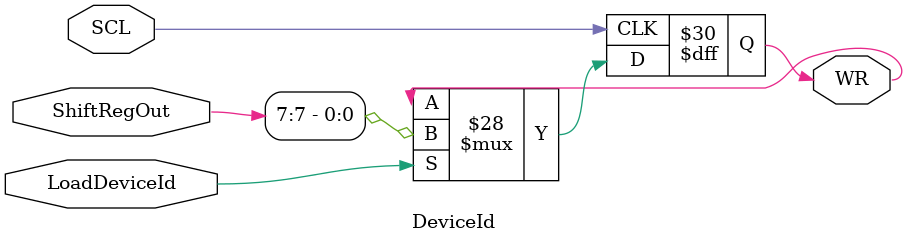
<source format=v>
`timescale 1ns / 1ps
module DeviceId(
    input [7:0] ShiftRegOut,
    input LoadDeviceId,
    input SCL,
    output reg WR
    );
	 reg [7:0] devid;
	always@(negedge SCL)
	begin
		if(LoadDeviceId==1)
		begin
			devid[0]=ShiftRegOut[0];
			devid[1]=ShiftRegOut[1];
			devid[2]=ShiftRegOut[2];
			devid[3]=ShiftRegOut[3];
			devid[4]=ShiftRegOut[4];
			devid[5]=ShiftRegOut[5];
			devid[6]=ShiftRegOut[6];
			devid[7]=ShiftRegOut[7];
			WR=ShiftRegOut[7];
		end
	end

endmodule

</source>
